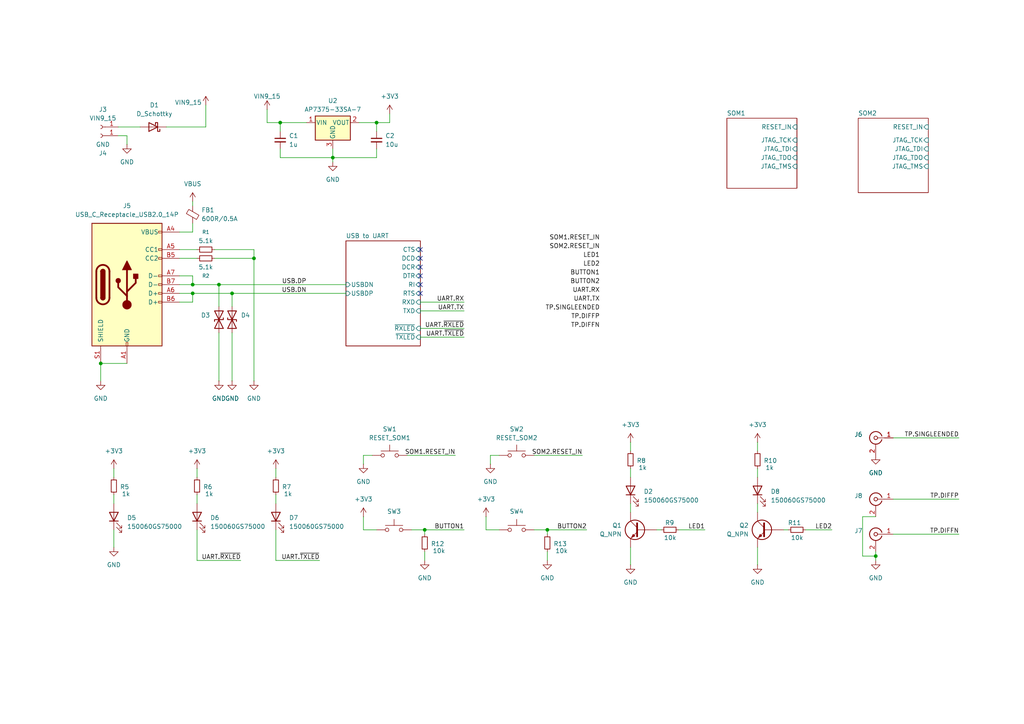
<source format=kicad_sch>
(kicad_sch (version 20250114) (generator "eeschema") (generator_version "9.0")
  (paper "A4")
  (lib_symbols
    (symbol "Connector:Conn_01x01_Socket" (pin_names (offset 1.016) (hide yes))
      (property "Reference" "J" (at 0 2.54 0))
      (property "Value" "Conn_01x01_Socket" (at 0 -2.54 0))
      (symbol "Conn_01x01_Socket_1_1"
        (polyline (pts (xy -1.27 0) (xy -0.508 0)) (stroke (width 0.1524)))
        (arc (start 0 -0.508) (mid -0.5058 0) (end 0 0.508) (stroke (width 0.1524)))
        (pin passive line (at -5.08 0 0) (length 3.81) (name "Pin_1") (number "1"))
      )
    )
    (symbol "Connector:Conn_Coaxial" (pin_names (offset 1.016) (hide yes))
      (property "Reference" "J" (at 0.254 3.048 0))
      (property "Value" "Conn_Coaxial" (at 2.921 0 90))
      (symbol "Conn_Coaxial_0_1"
        (polyline (pts (xy -2.54 0) (xy -0.508 0)))
        (arc (start 1.778 0) (mid 0.222 -1.8079) (end -1.778 -0.508) (stroke (width 0.254)))
        (arc (start -1.778 0.508) (mid 0.2221 1.8084) (end 1.778 0) (stroke (width 0.254)))
        (circle (center 0 0) (radius 0.508) (stroke (width 0.2032)))
        (polyline (pts (xy 0 -2.54) (xy 0 -1.778)))
      )
      (symbol "Conn_Coaxial_1_1"
        (pin passive line (at -5.08 0 0) (length 2.54) (name "In") (number "1"))
        (pin passive line (at 0 -5.08 90) (length 2.54) (name "Ext") (number "2"))
      )
    )
    (symbol "Connector:USB_C_Receptacle_USB2.0_14P" (pin_names (offset 1.016))
      (property "Reference" "J" (at 0 22.225 0))
      (property "Value" "USB_C_Receptacle_USB2.0_14P" (at 0 19.685 0))
      (symbol "USB_C_Receptacle_USB2.0_14P_0_0"
        (rectangle (start -0.254 -17.78) (end 0.254 -16.764))
        (rectangle (start 10.16 15.494) (end 9.144 14.986))
        (rectangle (start 10.16 10.414) (end 9.144 9.906))
        (rectangle (start 10.16 7.874) (end 9.144 7.366))
        (rectangle (start 10.16 2.794) (end 9.144 2.286))
        (rectangle (start 10.16 0.254) (end 9.144 -0.254))
        (rectangle (start 10.16 -2.286) (end 9.144 -2.794))
        (rectangle (start 10.16 -4.826) (end 9.144 -5.334))
      )
      (symbol "USB_C_Receptacle_USB2.0_14P_0_1"
        (rectangle (start -10.16 17.78) (end 10.16 -17.78) (stroke (width 0.254)) (fill (type background)))
        (polyline (pts (xy -8.89 -3.81) (xy -8.89 3.81)) (stroke (width 0.508)))
        (rectangle (start -7.62 -3.81) (end -6.35 3.81) (stroke (width 0.254)) (fill (type outline)))
        (arc (start -7.62 3.81) (mid -6.985 4.4423) (end -6.35 3.81) (stroke (width 0.254)))
        (arc (start -7.62 3.81) (mid -6.985 4.4423) (end -6.35 3.81) (stroke (width 0.254)) (fill (type outline)))
        (arc (start -8.89 3.81) (mid -6.985 5.7067) (end -5.08 3.81) (stroke (width 0.508)))
        (arc (start -5.08 -3.81) (mid -6.985 -5.7067) (end -8.89 -3.81) (stroke (width 0.508)))
        (arc (start -6.35 -3.81) (mid -6.985 -4.4423) (end -7.62 -3.81) (stroke (width 0.254)))
        (arc (start -6.35 -3.81) (mid -6.985 -4.4423) (end -7.62 -3.81) (stroke (width 0.254)) (fill (type outline)))
        (polyline (pts (xy -5.08 3.81) (xy -5.08 -3.81)) (stroke (width 0.508)))
        (circle (center -2.54 1.143) (radius 0.635) (stroke (width 0.254)) (fill (type outline)))
        (polyline (pts (xy -1.27 4.318) (xy 0 6.858) (xy 1.27 4.318) (xy -1.27 4.318)) (stroke (width 0.254)) (fill (type outline)))
        (polyline (pts (xy 0 -2.032) (xy 2.54 0.508) (xy 2.54 1.778)) (stroke (width 0.508)))
        (polyline (pts (xy 0 -3.302) (xy -2.54 -0.762) (xy -2.54 0.508)) (stroke (width 0.508)))
        (polyline (pts (xy 0 -5.842) (xy 0 4.318)) (stroke (width 0.508)))
        (circle (center 0 -5.842) (radius 1.27) (fill (type outline)))
        (rectangle (start 1.905 1.778) (end 3.175 3.048) (stroke (width 0.254)) (fill (type outline)))
      )
      (symbol "USB_C_Receptacle_USB2.0_14P_1_1"
        (pin passive line (at -7.62 -22.86 90) (length 5.08) (name "SHIELD") (number "S1"))
        (pin passive line (at 0 -22.86 90) (length 5.08) (name "GND") (number "A1"))
        (pin passive line (at 0 -22.86 90) (length 5.08) (hide yes) (name "GND") (number "A12"))
        (pin passive line (at 0 -22.86 90) (length 5.08) (hide yes) (name "GND") (number "B1"))
        (pin passive line (at 0 -22.86 90) (length 5.08) (hide yes) (name "GND") (number "B12"))
        (pin passive line (at 15.24 15.24 180) (length 5.08) (name "VBUS") (number "A4"))
        (pin passive line (at 15.24 15.24 180) (length 5.08) (hide yes) (name "VBUS") (number "A9"))
        (pin passive line (at 15.24 15.24 180) (length 5.08) (hide yes) (name "VBUS") (number "B4"))
        (pin passive line (at 15.24 15.24 180) (length 5.08) (hide yes) (name "VBUS") (number "B9"))
        (pin bidirectional line (at 15.24 10.16 180) (length 5.08) (name "CC1") (number "A5"))
        (pin bidirectional line (at 15.24 7.62 180) (length 5.08) (name "CC2") (number "B5"))
        (pin bidirectional line (at 15.24 2.54 180) (length 5.08) (name "D-") (number "A7"))
        (pin bidirectional line (at 15.24 0 180) (length 5.08) (name "D-") (number "B7"))
        (pin bidirectional line (at 15.24 -2.54 180) (length 5.08) (name "D+") (number "A6"))
        (pin bidirectional line (at 15.24 -5.08 180) (length 5.08) (name "D+") (number "B6"))
      )
    )
    (symbol "Device:C_Small" (pin_numbers (hide yes)) (pin_names (offset 0.254) (hide yes))
      (property "Reference" "C" (at 0.254 1.778 0))
      (property "Value" "C_Small" (at 0.254 -2.032 0))
      (symbol "C_Small_0_1"
        (polyline (pts (xy -1.524 0.508) (xy 1.524 0.508)) (stroke (width 0.3048)))
        (polyline (pts (xy -1.524 -0.508) (xy 1.524 -0.508)) (stroke (width 0.3302)))
      )
      (symbol "C_Small_1_1"
        (pin passive line (at 0 2.54 270) (length 2.032) (name "~") (number "1"))
        (pin passive line (at 0 -2.54 90) (length 2.032) (name "~") (number "2"))
      )
    )
    (symbol "Device:D_Schottky" (pin_numbers (hide yes)) (pin_names (offset 1.016) (hide yes))
      (property "Reference" "D" (at 0 2.54 0))
      (property "Value" "D_Schottky" (at 0 -2.54 0))
      (symbol "D_Schottky_0_1"
        (polyline (pts (xy -1.905 0.635) (xy -1.905 1.27) (xy -1.27 1.27) (xy -1.27 -1.27) (xy -0.635 -1.27) (xy -0.635 -0.635)) (stroke (width 0.254)))
        (polyline (pts (xy 1.27 1.27) (xy 1.27 -1.27) (xy -1.27 0) (xy 1.27 1.27)) (stroke (width 0.254)))
        (polyline (pts (xy 1.27 0) (xy -1.27 0)))
      )
      (symbol "D_Schottky_1_1"
        (pin passive line (at -3.81 0 0) (length 2.54) (name "K") (number "1"))
        (pin passive line (at 3.81 0 180) (length 2.54) (name "A") (number "2"))
      )
    )
    (symbol "Device:D_TVS" (pin_numbers (hide yes)) (pin_names (offset 1.016) (hide yes))
      (property "Reference" "D" (at 0 2.54 0))
      (property "Value" "D_TVS" (at 0 -2.54 0))
      (symbol "D_TVS_0_1"
        (polyline (pts (xy -2.54 1.27) (xy -2.54 -1.27) (xy 2.54 1.27) (xy 2.54 -1.27) (xy -2.54 1.27)) (stroke (width 0.254)))
        (polyline (pts (xy 0.508 1.27) (xy 0 1.27) (xy 0 -1.27) (xy -0.508 -1.27)) (stroke (width 0.254)))
        (polyline (pts (xy 1.27 0) (xy -1.27 0)))
      )
      (symbol "D_TVS_1_1"
        (pin passive line (at -3.81 0 0) (length 2.54) (name "A1") (number "1"))
        (pin passive line (at 3.81 0 180) (length 2.54) (name "A2") (number "2"))
      )
    )
    (symbol "Device:FerriteBead_Small" (pin_numbers (hide yes)) (pin_names (offset 0))
      (property "Reference" "FB" (at 1.905 1.27 0))
      (property "Value" "FerriteBead_Small" (at 1.905 -1.27 0))
      (symbol "FerriteBead_Small_0_1"
        (polyline (pts (xy -1.8288 0.2794) (xy -1.1176 1.4986) (xy 1.8288 -0.2032) (xy 1.1176 -1.4224) (xy -1.8288 0.2794)))
        (polyline (pts (xy 0 0.889) (xy 0 1.2954)))
        (polyline (pts (xy 0 -1.27) (xy 0 -0.7874)))
      )
      (symbol "FerriteBead_Small_1_1"
        (pin passive line (at 0 2.54 270) (length 1.27) (name "~") (number "1"))
        (pin passive line (at 0 -2.54 90) (length 1.27) (name "~") (number "2"))
      )
    )
    (symbol "Device:LED" (pin_numbers (hide yes)) (pin_names (offset 1.016) (hide yes))
      (property "Reference" "D" (at 0 2.54 0))
      (property "Value" "LED" (at 0 -2.54 0))
      (symbol "LED_0_1"
        (polyline (pts (xy -3.048 -0.762) (xy -4.572 -2.286) (xy -3.81 -2.286) (xy -4.572 -2.286) (xy -4.572 -1.524)))
        (polyline (pts (xy -1.778 -0.762) (xy -3.302 -2.286) (xy -2.54 -2.286) (xy -3.302 -2.286) (xy -3.302 -1.524)))
        (polyline (pts (xy -1.27 0) (xy 1.27 0)))
        (polyline (pts (xy -1.27 -1.27) (xy -1.27 1.27)) (stroke (width 0.254)))
        (polyline (pts (xy 1.27 -1.27) (xy 1.27 1.27) (xy -1.27 0) (xy 1.27 -1.27)) (stroke (width 0.254)))
      )
      (symbol "LED_1_1"
        (pin passive line (at -3.81 0 0) (length 2.54) (name "K") (number "1"))
        (pin passive line (at 3.81 0 180) (length 2.54) (name "A") (number "2"))
      )
    )
    (symbol "Device:Q_NPN" (pin_numbers (hide yes)) (pin_names (offset 0) (hide yes))
      (property "Reference" "Q" (at 5.08 1.27 0))
      (property "Value" "Q_NPN" (at 5.08 -1.27 0))
      (symbol "Q_NPN_0_1"
        (polyline (pts (xy -2.54 0) (xy 0.635 0)))
        (polyline (pts (xy 0.635 1.905) (xy 0.635 -1.905)) (stroke (width 0.508)))
        (polyline (pts (xy 0.635 0.635) (xy 2.54 2.54)))
        (polyline (pts (xy 0.635 -0.635) (xy 2.54 -2.54)))
        (circle (center 1.27 0) (radius 2.8194) (stroke (width 0.254)))
        (polyline (pts (xy 1.27 -1.778) (xy 1.778 -1.27) (xy 2.286 -2.286) (xy 1.27 -1.778)) (fill (type outline)))
      )
      (symbol "Q_NPN_1_1"
        (pin input line (at -5.08 0 0) (length 2.54) (name "B") (number "B"))
        (pin passive line (at 2.54 5.08 270) (length 2.54) (name "C") (number "C"))
        (pin passive line (at 2.54 -5.08 90) (length 2.54) (name "E") (number "E"))
      )
    )
    (symbol "Device:R_Small" (pin_numbers (hide yes)) (pin_names (offset 0.254) (hide yes))
      (property "Reference" "R" (at 0.762 0.508 0))
      (property "Value" "R_Small" (at 0.762 -1.016 0))
      (symbol "R_Small_0_1"
        (rectangle (start -0.762 1.778) (end 0.762 -1.778) (stroke (width 0.2032)))
      )
      (symbol "R_Small_1_1"
        (pin passive line (at 0 2.54 270) (length 0.762) (name "~") (number "1"))
        (pin passive line (at 0 -2.54 90) (length 0.762) (name "~") (number "2"))
      )
    )
    (symbol "ECAP5-BCARRIER-XLITE:AP7375-33SA-7" (pin_names (offset 0.254))
      (property "Reference" "U" (at -3.81 3.175 0))
      (property "Value" "AP7375-33SA-7" (at 0 3.175 0))
      (symbol "AP7375-33SA-7_0_1"
        (rectangle (start -5.08 1.905) (end 5.08 -5.08) (stroke (width 0.254)) (fill (type background)))
      )
      (symbol "AP7375-33SA-7_1_1"
        (pin power_in line (at -7.62 0 0) (length 2.54) (name "VIN") (number "1"))
        (pin power_in line (at 0 -7.62 90) (length 2.54) (name "GND") (number "3"))
        (pin power_out line (at 7.62 0 180) (length 2.54) (name "VOUT") (number "2"))
      )
    )
    (symbol "ECAP5-BSOM:VIN9_15" (power) (pin_numbers (hide yes)) (pin_names (offset 0) (hide yes))
      (property "Value" "VIN9_15" (at 0 3.556 0))
      (symbol "VIN9_15_0_1"
        (polyline (pts (xy -0.762 1.27) (xy 0 2.54)))
        (polyline (pts (xy 0 2.54) (xy 0.762 1.27)))
        (polyline (pts (xy 0 0) (xy 0 2.54)))
      )
      (symbol "VIN9_15_1_1"
        (pin power_in line (at 0 0 90) (length 0) (name "~") (number "1"))
      )
    )
    (symbol "R_Small_1" (pin_numbers (hide yes)) (pin_names (offset 0.254) (hide yes))
      (property "Reference" "R" (at 0 0 90))
      (property "Value" "R_Small" (at 1.778 0 90))
      (symbol "R_Small_1_0_1"
        (rectangle (start -0.762 1.778) (end 0.762 -1.778) (stroke (width 0.2032)))
      )
      (symbol "R_Small_1_1_1"
        (pin passive line (at 0 2.54 270) (length 0.762) (name "~") (number "1"))
        (pin passive line (at 0 -2.54 90) (length 0.762) (name "~") (number "2"))
      )
    )
    (symbol "Switch:SW_Push" (pin_numbers (hide yes)) (pin_names (offset 1.016) (hide yes))
      (property "Reference" "SW" (at 1.27 2.54 0))
      (property "Value" "SW_Push" (at 0 -1.524 0))
      (symbol "SW_Push_0_1"
        (circle (center -2.032 0) (radius 0.508))
        (polyline (pts (xy 0 1.27) (xy 0 3.048)))
        (circle (center 2.032 0) (radius 0.508))
        (polyline (pts (xy 2.54 1.27) (xy -2.54 1.27)))
        (pin passive line (at -5.08 0 0) (length 2.54) (name "1") (number "1"))
        (pin passive line (at 5.08 0 180) (length 2.54) (name "2") (number "2"))
      )
    )
    (symbol "power:+3V3" (power) (pin_numbers (hide yes)) (pin_names (offset 0) (hide yes))
      (property "Value" "+3V3" (at 0 3.556 0))
      (symbol "+3V3_0_1"
        (polyline (pts (xy -0.762 1.27) (xy 0 2.54)))
        (polyline (pts (xy 0 2.54) (xy 0.762 1.27)))
        (polyline (pts (xy 0 0) (xy 0 2.54)))
      )
      (symbol "+3V3_1_1"
        (pin power_in line (at 0 0 90) (length 0) (name "~") (number "1"))
      )
    )
    (symbol "power:GND" (power) (pin_numbers (hide yes)) (pin_names (offset 0) (hide yes))
      (property "Value" "GND" (at 0 -3.81 0))
      (symbol "GND_0_1"
        (polyline (pts (xy 0 0) (xy 0 -1.27) (xy 1.27 -1.27) (xy 0 -2.54) (xy -1.27 -1.27) (xy 0 -1.27)))
      )
      (symbol "GND_1_1"
        (pin power_in line (at 0 0 270) (length 0) (name "~") (number "1"))
      )
    )
    (symbol "power:VBUS" (power) (pin_numbers (hide yes)) (pin_names (offset 0) (hide yes))
      (property "Value" "VBUS" (at 0 3.556 0))
      (symbol "VBUS_0_1"
        (polyline (pts (xy -0.762 1.27) (xy 0 2.54)))
        (polyline (pts (xy 0 2.54) (xy 0.762 1.27)))
        (polyline (pts (xy 0 0) (xy 0 2.54)))
      )
      (symbol "VBUS_1_1"
        (pin power_in line (at 0 0 90) (length 0) (name "~") (number "1"))
      )
    )
  )
  (junction (at 55.88 82.55))
  (junction (at 67.31 85.09))
  (junction (at 158.75 153.67))
  (junction (at 63.5 82.55))
  (junction (at 254 161.29))
  (junction (at 96.52 45.72))
  (junction (at 81.28 35.56))
  (junction (at 73.66 74.93))
  (junction (at 29.21 105.41))
  (junction (at 109.22 35.56))
  (junction (at 55.88 85.09))
  (junction (at 123.19 153.67))
  (no_connect (at 121.92 82.55))
  (no_connect (at 121.92 80.01))
  (no_connect (at 121.92 85.09))
  (no_connect (at 121.92 77.47))
  (no_connect (at 121.92 72.39))
  (no_connect (at 121.92 74.93))
  (wire (pts (xy 81.28 38.1) (xy 81.28 35.56)))
  (wire (pts (xy 34.29 39.37) (xy 36.83 39.37)))
  (wire (pts (xy 241.3 153.67) (xy 233.68 153.67)))
  (wire (pts (xy 104.14 35.56) (xy 109.22 35.56)))
  (wire (pts (xy 142.24 132.08) (xy 144.78 132.08)))
  (wire (pts (xy 63.5 82.55) (xy 100.33 82.55)))
  (wire (pts (xy 140.97 149.86) (xy 140.97 153.67)))
  (wire (pts (xy 250.19 161.29) (xy 250.19 149.86)))
  (wire (pts (xy 134.62 87.63) (xy 121.92 87.63)))
  (wire (pts (xy 105.41 153.67) (xy 109.22 153.67)))
  (wire (pts (xy 134.62 90.17) (xy 121.92 90.17)))
  (wire (pts (xy 168.91 132.08) (xy 154.94 132.08)))
  (wire (pts (xy 80.01 153.67) (xy 80.01 162.56)))
  (wire (pts (xy 105.41 149.86) (xy 105.41 153.67)))
  (wire (pts (xy 96.52 43.18) (xy 96.52 45.72)))
  (wire (pts (xy 55.88 85.09) (xy 67.31 85.09)))
  (wire (pts (xy 140.97 153.67) (xy 144.78 153.67)))
  (wire (pts (xy 52.07 74.93) (xy 57.15 74.93)))
  (wire (pts (xy 259.08 154.94) (xy 278.13 154.94)))
  (wire (pts (xy 219.71 135.89) (xy 219.71 138.43)))
  (wire (pts (xy 109.22 43.18) (xy 109.22 45.72)))
  (wire (pts (xy 134.62 95.25) (xy 121.92 95.25)))
  (wire (pts (xy 254 161.29) (xy 250.19 161.29)))
  (wire (pts (xy 113.03 33.02) (xy 113.03 35.56)))
  (wire (pts (xy 52.07 87.63) (xy 55.88 87.63)))
  (wire (pts (xy 254 160.02) (xy 254 161.29)))
  (wire (pts (xy 52.07 82.55) (xy 55.88 82.55)))
  (wire (pts (xy 29.21 105.41) (xy 36.83 105.41)))
  (wire (pts (xy 158.75 153.67) (xy 154.94 153.67)))
  (wire (pts (xy 55.88 67.31) (xy 55.88 64.77)))
  (wire (pts (xy 158.75 154.94) (xy 158.75 153.67)))
  (wire (pts (xy 63.5 82.55) (xy 63.5 88.9)))
  (wire (pts (xy 57.15 135.89) (xy 57.15 138.43)))
  (wire (pts (xy 80.01 143.51) (xy 80.01 146.05)))
  (wire (pts (xy 52.07 80.01) (xy 55.88 80.01)))
  (wire (pts (xy 158.75 160.02) (xy 158.75 162.56)))
  (wire (pts (xy 105.41 132.08) (xy 107.95 132.08)))
  (wire (pts (xy 190.5 153.67) (xy 191.77 153.67)))
  (wire (pts (xy 59.69 36.83) (xy 59.69 30.48)))
  (wire (pts (xy 67.31 85.09) (xy 100.33 85.09)))
  (wire (pts (xy 77.47 35.56) (xy 81.28 35.56)))
  (wire (pts (xy 73.66 74.93) (xy 73.66 110.49)))
  (wire (pts (xy 77.47 31.75) (xy 77.47 35.56)))
  (wire (pts (xy 67.31 85.09) (xy 67.31 88.9)))
  (wire (pts (xy 36.83 39.37) (xy 36.83 41.91)))
  (wire (pts (xy 55.88 80.01) (xy 55.88 82.55)))
  (wire (pts (xy 259.08 144.78) (xy 278.13 144.78)))
  (wire (pts (xy 182.88 146.05) (xy 182.88 148.59)))
  (wire (pts (xy 109.22 38.1) (xy 109.22 35.56)))
  (wire (pts (xy 62.23 74.93) (xy 73.66 74.93)))
  (wire (pts (xy 219.71 158.75) (xy 219.71 163.83)))
  (wire (pts (xy 123.19 153.67) (xy 134.62 153.67)))
  (wire (pts (xy 134.62 97.79) (xy 121.92 97.79)))
  (wire (pts (xy 219.71 128.27) (xy 219.71 130.81)))
  (wire (pts (xy 55.88 82.55) (xy 63.5 82.55)))
  (wire (pts (xy 123.19 160.02) (xy 123.19 162.56)))
  (wire (pts (xy 204.47 153.67) (xy 196.85 153.67)))
  (wire (pts (xy 34.29 36.83) (xy 40.64 36.83)))
  (wire (pts (xy 73.66 72.39) (xy 73.66 74.93)))
  (wire (pts (xy 80.01 135.89) (xy 80.01 138.43)))
  (wire (pts (xy 105.41 134.62) (xy 105.41 132.08)))
  (wire (pts (xy 67.31 96.52) (xy 67.31 110.49)))
  (wire (pts (xy 182.88 128.27) (xy 182.88 130.81)))
  (wire (pts (xy 33.02 143.51) (xy 33.02 146.05)))
  (wire (pts (xy 158.75 153.67) (xy 170.18 153.67)))
  (wire (pts (xy 52.07 72.39) (xy 57.15 72.39)))
  (wire (pts (xy 62.23 72.39) (xy 73.66 72.39)))
  (wire (pts (xy 81.28 45.72) (xy 96.52 45.72)))
  (wire (pts (xy 182.88 135.89) (xy 182.88 138.43)))
  (wire (pts (xy 69.85 162.56) (xy 57.15 162.56)))
  (wire (pts (xy 109.22 35.56) (xy 113.03 35.56)))
  (wire (pts (xy 227.33 153.67) (xy 228.6 153.67)))
  (wire (pts (xy 96.52 45.72) (xy 109.22 45.72)))
  (wire (pts (xy 55.88 87.63) (xy 55.88 85.09)))
  (wire (pts (xy 250.19 149.86) (xy 254 149.86)))
  (wire (pts (xy 254 161.29) (xy 254 162.56)))
  (wire (pts (xy 219.71 146.05) (xy 219.71 148.59)))
  (wire (pts (xy 81.28 43.18) (xy 81.28 45.72)))
  (wire (pts (xy 123.19 154.94) (xy 123.19 153.67)))
  (wire (pts (xy 52.07 67.31) (xy 55.88 67.31)))
  (wire (pts (xy 142.24 134.62) (xy 142.24 132.08)))
  (wire (pts (xy 48.26 36.83) (xy 59.69 36.83)))
  (wire (pts (xy 52.07 85.09) (xy 55.88 85.09)))
  (wire (pts (xy 278.13 127) (xy 259.08 127)))
  (wire (pts (xy 182.88 158.75) (xy 182.88 163.83)))
  (wire (pts (xy 57.15 162.56) (xy 57.15 153.67)))
  (wire (pts (xy 57.15 143.51) (xy 57.15 146.05)))
  (wire (pts (xy 132.08 132.08) (xy 118.11 132.08)))
  (wire (pts (xy 92.71 162.56) (xy 80.01 162.56)))
  (wire (pts (xy 96.52 45.72) (xy 96.52 46.99)))
  (wire (pts (xy 33.02 153.67) (xy 33.02 158.75)))
  (wire (pts (xy 123.19 153.67) (xy 119.38 153.67)))
  (wire (pts (xy 63.5 96.52) (xy 63.5 110.49)))
  (wire (pts (xy 55.88 59.69) (xy 55.88 58.42)))
  (wire (pts (xy 33.02 135.89) (xy 33.02 138.43)))
  (wire (pts (xy 81.28 35.56) (xy 88.9 35.56)))
  (wire (pts (xy 29.21 105.41) (xy 29.21 110.49)))
  (label "UART.TX" (at 173.99 87.63 180))
  (label "UART.~{TXLED}" (at 134.62 97.79 180))
  (label "UART.RX" (at 134.62 87.63 180))
  (label "USB.DP" (at 88.9 82.55 180))
  (label "TP.SINGLEENDED" (at 173.99 90.17 180))
  (label "TP.DIFFN" (at 278.13 154.94 180))
  (label "BUTTON1" (at 173.99 80.01 180))
  (label "LED1" (at 173.99 74.93 180))
  (label "TP.DIFFP" (at 278.13 144.78 180))
  (label "UART.~{TXLED}" (at 92.71 162.56 180))
  (label "BUTTON2" (at 170.18 153.67 180))
  (label "UART.RX" (at 173.99 85.09 180))
  (label "LED2" (at 173.99 77.47 180))
  (label "TP.DIFFN" (at 173.99 95.25 180))
  (label "USB.DN" (at 88.9 85.09 180))
  (label "SOM2.RESET_IN" (at 168.91 132.08 180))
  (label "BUTTON1" (at 134.62 153.67 180))
  (label "TP.SINGLEENDED" (at 278.13 127 180))
  (label "UART.~{RXLED}" (at 134.62 95.25 180))
  (label "LED2" (at 241.3 153.67 180))
  (label "SOM1.RESET_IN" (at 132.08 132.08 180))
  (label "UART.~{RXLED}" (at 69.85 162.56 180))
  (label "LED1" (at 204.47 153.67 180))
  (label "TP.DIFFP" (at 173.99 92.71 180))
  (label "BUTTON2" (at 173.99 82.55 180))
  (label "SOM2.RESET_IN" (at 173.99 72.39 180))
  (label "UART.TX" (at 134.62 90.17 180))
  (label "SOM1.RESET_IN" (at 173.99 69.85 180))
  (symbol (lib_id "power:GND") (at 142.24 134.62 0) (unit 1)
    (property "Reference" "#PWR049" (effects (hide yes)))
    (property "Value" "GND" (at 142.24 139.7 0))
    (property "Description" "Power symbol creates a global label with name \"GND\" , ground" (effects (hide yes)))
  )
  (symbol (lib_id "Device:R_Small") (at 80.01 140.97 0) (unit 1)
    (property "Reference" "R7" (at 81.788 141.224 0) (effects (justify left)))
    (property "Value" "1k" (at 82.296 143.256 0) (effects (justify left)))
    (property "Footprint" "Resistor_SMD:R_0402_1005Metric" (effects (hide yes)))
    (property "Description" "Resistor, small symbol" (effects (hide yes)))
  )
  (symbol (lib_id "power:+3V3") (at 113.03 33.02 0) (unit 1)
    (property "Reference" "#PWR030" (effects (hide yes)))
    (property "Value" "+3V3" (at 113.03 27.94 0))
    (property "Description" "Power symbol creates a global label with name \"+3V3\"" (effects (hide yes)))
  )
  (symbol (lib_id "power:GND") (at 63.5 110.49 0) (unit 1)
    (property "Reference" "#PWR025" (effects (hide yes)))
    (property "Value" "GND" (at 63.5 115.57 0))
    (property "Description" "Power symbol creates a global label with name \"GND\" , ground" (effects (hide yes)))
  )
  (symbol (lib_id "power:GND") (at 29.21 110.49 0) (unit 1)
    (property "Reference" "#PWR023" (effects (hide yes)))
    (property "Value" "GND" (at 29.21 115.57 0))
    (property "Description" "Power symbol creates a global label with name \"GND\" , ground" (effects (hide yes)))
  )
  (symbol (lib_id "Device:R_Small") (at 158.75 157.48 0) (unit 1)
    (property "Reference" "R13" (at 160.528 157.734 0) (effects (justify left)))
    (property "Value" "10k" (at 161.036 159.766 0) (effects (justify left)))
    (property "Footprint" "Resistor_SMD:R_0402_1005Metric" (effects (hide yes)))
    (property "Description" "Resistor, small symbol" (effects (hide yes)))
  )
  (symbol (lib_id "Connector:Conn_01x01_Socket") (at 29.21 39.37 0) (mirror y) (unit 1)
    (property "Reference" "J4" (at 29.845 44.45 0))
    (property "Value" "GND" (at 29.845 41.91 0))
    (property "Description" "Generic connector, single row, 01x01, script generated" (effects (hide yes)))
  )
  (symbol (lib_id "Device:R_Small") (at 33.02 140.97 0) (unit 1)
    (property "Reference" "R5" (at 34.798 141.224 0) (effects (justify left)))
    (property "Value" "1k" (at 35.306 143.256 0) (effects (justify left)))
    (property "Footprint" "Resistor_SMD:R_0402_1005Metric" (effects (hide yes)))
    (property "Description" "Resistor, small symbol" (effects (hide yes)))
  )
  (symbol (lib_id "Device:D_TVS") (at 67.31 92.71 90) (unit 1)
    (property "Reference" "D4" (at 69.85 91.4399 90) (effects (justify right)))
    (property "Value" "D_TVS" (effects (hide yes)))
    (property "Description" "Bidirectional transient-voltage-suppression diode" (effects (hide yes)))
  )
  (symbol (lib_id "power:+3V3") (at 219.71 128.27 0) (unit 1)
    (property "Reference" "#PWR045" (effects (hide yes)))
    (property "Value" "+3V3" (at 219.71 123.19 0))
    (property "Description" "Power symbol creates a global label with name \"+3V3\"" (effects (hide yes)))
  )
  (symbol (lib_id "Device:Q_NPN") (at 222.25 153.67 0) (mirror y) (unit 1)
    (property "Reference" "Q2" (at 217.17 152.3999 0) (effects (justify left)))
    (property "Value" "Q_NPN" (at 217.17 154.9399 0) (effects (justify left)))
    (property "Description" "NPN bipolar junction transistor" (effects (hide yes)))
  )
  (symbol (lib_id "Switch:SW_Push") (at 149.86 132.08 0) (unit 1)
    (property "Reference" "SW2" (at 149.86 124.46 0))
    (property "Value" "RESET_SOM2" (at 149.86 127 0))
    (property "Description" "Push button switch, generic, two pins" (effects (hide yes)))
  )
  (symbol (lib_id "power:GND") (at 219.71 163.83 0) (unit 1)
    (property "Reference" "#PWR047" (effects (hide yes)))
    (property "Value" "GND" (at 219.71 168.91 0))
    (property "Description" "Power symbol creates a global label with name \"GND\" , ground" (effects (hide yes)))
  )
  (symbol (lib_id "Device:LED") (at 57.15 149.86 90) (unit 1)
    (property "Reference" "D6" (at 60.96 150.1774 90) (effects (justify right)))
    (property "Value" "150060GS75000" (at 60.96 152.7174 90) (effects (justify right)))
    (property "Footprint" "LED_SMD:LED_0603_1608Metric" (effects (hide yes)))
    (property "Description" "Light emitting diode" (effects (hide yes)))
    (property "Sim.Pins" "1=K 2=A" (effects (hide yes)))
  )
  (symbol (lib_id "power:GND") (at 158.75 162.56 0) (unit 1)
    (property "Reference" "#PWR053" (effects (hide yes)))
    (property "Value" "GND" (at 158.75 167.64 0))
    (property "Description" "Power symbol creates a global label with name \"GND\" , ground" (effects (hide yes)))
  )
  (symbol (lib_id "Connector:Conn_01x01_Socket") (at 29.21 36.83 180) (unit 1)
    (property "Reference" "J3" (at 29.845 31.75 0))
    (property "Value" "VIN9_15" (at 29.845 34.29 0))
    (property "Description" "Generic connector, single row, 01x01, script generated" (effects (hide yes)))
  )
  (symbol (lib_id "Switch:SW_Push") (at 113.03 132.08 0) (unit 1)
    (property "Reference" "SW1" (at 113.03 124.46 0))
    (property "Value" "RESET_SOM1" (at 113.03 127 0))
    (property "Description" "Push button switch, generic, two pins" (effects (hide yes)))
  )
  (symbol (lib_id "Device:LED") (at 182.88 142.24 90) (unit 1)
    (property "Reference" "D2" (at 186.69 142.5574 90) (effects (justify right)))
    (property "Value" "150060GS75000" (at 186.69 145.0974 90) (effects (justify right)))
    (property "Footprint" "LED_SMD:LED_0603_1608Metric" (effects (hide yes)))
    (property "Description" "Light emitting diode" (effects (hide yes)))
    (property "Sim.Pins" "1=K 2=A" (effects (hide yes)))
  )
  (symbol (lib_id "power:GND") (at 33.02 158.75 0) (unit 1)
    (property "Reference" "#PWR043" (effects (hide yes)))
    (property "Value" "GND" (at 33.02 163.83 0))
    (property "Description" "Power symbol creates a global label with name \"GND\" , ground" (effects (hide yes)))
  )
  (symbol (lib_id "power:+3V3") (at 140.97 149.86 0) (unit 1)
    (property "Reference" "#PWR052" (effects (hide yes)))
    (property "Value" "+3V3" (at 140.97 144.78 0))
    (property "Description" "Power symbol creates a global label with name \"+3V3\"" (effects (hide yes)))
  )
  (symbol (lib_id "Device:D_TVS") (at 63.5 92.71 270) (mirror x) (unit 1)
    (property "Reference" "D3" (at 60.96 91.4399 90) (effects (justify right)))
    (property "Value" "D_TVS" (effects (hide yes)))
    (property "Description" "Bidirectional transient-voltage-suppression diode" (effects (hide yes)))
  )
  (symbol (lib_id "power:GND") (at 182.88 163.83 0) (unit 1)
    (property "Reference" "#PWR022" (effects (hide yes)))
    (property "Value" "GND" (at 182.88 168.91 0))
    (property "Description" "Power symbol creates a global label with name \"GND\" , ground" (effects (hide yes)))
  )
  (symbol (lib_id "Device:R_Small") (at 57.15 140.97 0) (unit 1)
    (property "Reference" "R6" (at 58.928 141.224 0) (effects (justify left)))
    (property "Value" "1k" (at 59.436 143.256 0) (effects (justify left)))
    (property "Footprint" "Resistor_SMD:R_0402_1005Metric" (effects (hide yes)))
    (property "Description" "Resistor, small symbol" (effects (hide yes)))
  )
  (symbol (lib_id "Device:Q_NPN") (at 185.42 153.67 0) (mirror y) (unit 1)
    (property "Reference" "Q1" (at 180.34 152.3999 0) (effects (justify left)))
    (property "Value" "Q_NPN" (at 180.34 154.9399 0) (effects (justify left)))
    (property "Description" "NPN bipolar junction transistor" (effects (hide yes)))
  )
  (symbol (lib_id "power:GND") (at 254 132.08 0) (unit 1)
    (property "Reference" "#PWR054" (effects (hide yes)))
    (property "Value" "GND" (at 254 137.16 0))
    (property "Description" "Power symbol creates a global label with name \"GND\" , ground" (effects (hide yes)))
  )
  (symbol (lib_id "Device:LED") (at 80.01 149.86 90) (unit 1)
    (property "Reference" "D7" (at 83.82 150.1774 90) (effects (justify right)))
    (property "Value" "150060GS75000" (at 83.82 152.7174 90) (effects (justify right)))
    (property "Footprint" "LED_SMD:LED_0603_1608Metric" (effects (hide yes)))
    (property "Description" "Light emitting diode" (effects (hide yes)))
    (property "Sim.Pins" "1=K 2=A" (effects (hide yes)))
  )
  (symbol (lib_id "power:GND") (at 96.52 46.99 0) (unit 1)
    (property "Reference" "#PWR028" (effects (hide yes)))
    (property "Value" "GND" (at 96.52 52.07 0))
    (property "Description" "Power symbol creates a global label with name \"GND\" , ground" (effects (hide yes)))
  )
  (symbol (lib_id "Device:LED") (at 219.71 142.24 90) (unit 1)
    (property "Reference" "D8" (at 223.52 142.5574 90) (effects (justify right)))
    (property "Value" "150060GS75000" (at 223.52 145.0974 90) (effects (justify right)))
    (property "Footprint" "LED_SMD:LED_0603_1608Metric" (effects (hide yes)))
    (property "Description" "Light emitting diode" (effects (hide yes)))
    (property "Sim.Pins" "1=K 2=A" (effects (hide yes)))
  )
  (symbol (lib_id "ECAP5-BSOM:VIN9_15") (at 59.69 30.48 0) (unit 1)
    (property "Reference" "#PWR020" (effects (hide yes)))
    (property "Value" "VIN9_15" (at 54.61 29.718 0))
    (property "Description" "Power symbol creates a global label with name \"VIN9_15\"" (effects (hide yes)))
  )
  (symbol (lib_id "power:+3V3") (at 182.88 128.27 0) (unit 1)
    (property "Reference" "#PWR021" (effects (hide yes)))
    (property "Value" "+3V3" (at 182.88 123.19 0))
    (property "Description" "Power symbol creates a global label with name \"+3V3\"" (effects (hide yes)))
  )
  (symbol (lib_id "power:VBUS") (at 55.88 58.42 0) (unit 1)
    (property "Reference" "#PWR027" (effects (hide yes)))
    (property "Value" "VBUS" (at 55.88 53.34 0))
    (property "Description" "Power symbol creates a global label with name \"VBUS\"" (effects (hide yes)))
  )
  (symbol (lib_id "Device:D_Schottky") (at 44.45 36.83 180) (unit 1)
    (property "Reference" "D1" (at 44.7675 30.48 0))
    (property "Value" "D_Schottky" (at 44.7675 33.02 0))
    (property "Description" "Schottky diode" (effects (hide yes)))
  )
  (symbol (lib_id "ECAP5-BSOM:VIN9_15") (at 77.47 31.75 0) (unit 1)
    (property "Reference" "#PWR029" (effects (hide yes)))
    (property "Value" "VIN9_15" (at 77.47 27.94 0))
    (property "Description" "Power symbol creates a global label with name \"VIN9_15\"" (effects (hide yes)))
  )
  (symbol (lib_id "Device:C_Small") (at 109.22 40.64 0) (unit 1)
    (property "Reference" "C2" (at 111.76 39.3762 0) (effects (justify left)))
    (property "Value" "10u" (at 111.76 41.9162 0) (effects (justify left)))
    (property "Description" "Unpolarized capacitor, small symbol" (effects (hide yes)))
  )
  (symbol (lib_name "R_Small_1") (lib_id "Device:R_Small") (at 59.69 74.93 90) (mirror x) (unit 1)
    (property "Reference" "R2" (at 59.69 80.01 90) (effects (font (size 1.016 1.016))))
    (property "Value" "5.1k" (at 59.69 77.47 90))
    (property "Description" "Resistor, small symbol" (effects (hide yes)))
  )
  (symbol (lib_id "Device:R_Small") (at 194.31 153.67 90) (unit 1)
    (property "Reference" "R9" (at 195.58 151.638 90) (effects (justify left)))
    (property "Value" "10k" (at 192.532 155.956 90) (effects (justify right)))
    (property "Footprint" "Resistor_SMD:R_0402_1005Metric" (effects (hide yes)))
    (property "Description" "Resistor, small symbol" (effects (hide yes)))
  )
  (symbol (lib_id "power:GND") (at 36.83 41.91 0) (unit 1)
    (property "Reference" "#PWR019" (effects (hide yes)))
    (property "Value" "GND" (at 36.83 46.99 0))
    (property "Description" "Power symbol creates a global label with name \"GND\" , ground" (effects (hide yes)))
  )
  (symbol (lib_id "power:GND") (at 67.31 110.49 0) (unit 1)
    (property "Reference" "#PWR026" (effects (hide yes)))
    (property "Value" "GND" (at 67.31 115.57 0))
    (property "Description" "Power symbol creates a global label with name \"GND\" , ground" (effects (hide yes)))
  )
  (symbol (lib_id "Connector:USB_C_Receptacle_USB2.0_14P") (at 36.83 82.55 0) (unit 1)
    (property "Reference" "J5" (at 36.83 59.69 0))
    (property "Value" "USB_C_Receptacle_USB2.0_14P" (at 36.83 62.23 0))
    (property "Datasheet" "https://www.usb.org/sites/default/files/documents/usb_type-c.zip" (effects (hide yes)))
    (property "Description" "USB 2.0-only 14P Type-C Receptacle connector" (effects (hide yes)))
  )
  (symbol (lib_name "R_Small_1") (lib_id "Device:R_Small") (at 59.69 72.39 90) (unit 1)
    (property "Reference" "R1" (at 59.69 67.31 90) (effects (font (size 1.016 1.016))))
    (property "Value" "5.1k" (at 59.69 69.85 90))
    (property "Description" "Resistor, small symbol" (effects (hide yes)))
  )
  (symbol (lib_id "Switch:SW_Push") (at 149.86 153.67 0) (unit 1)
    (property "Reference" "SW4" (at 149.86 148.336 0))
    (property "Value" "USER1" (effects (hide yes)))
    (property "Description" "Push button switch, generic, two pins" (effects (hide yes)))
  )
  (symbol (lib_id "Connector:Conn_Coaxial") (at 254 144.78 0) (mirror y) (unit 1)
    (property "Reference" "J8" (at 250.19 143.8031 0) (effects (justify left)))
    (property "Value" "Conn_Coaxial" (effects (hide yes)))
    (property "Description" "coaxial connector (BNC, SMA, SMB, SMC, Cinch/RCA, LEMO, ...)" (effects (hide yes)))
  )
  (symbol (lib_id "power:GND") (at 123.19 162.56 0) (unit 1)
    (property "Reference" "#PWR051" (effects (hide yes)))
    (property "Value" "GND" (at 123.19 167.64 0))
    (property "Description" "Power symbol creates a global label with name \"GND\" , ground" (effects (hide yes)))
  )
  (symbol (lib_id "Device:R_Small") (at 231.14 153.67 90) (unit 1)
    (property "Reference" "R11" (at 232.41 151.638 90) (effects (justify left)))
    (property "Value" "10k" (at 229.362 155.956 90) (effects (justify right)))
    (property "Footprint" "Resistor_SMD:R_0402_1005Metric" (effects (hide yes)))
    (property "Description" "Resistor, small symbol" (effects (hide yes)))
  )
  (symbol (lib_id "power:GND") (at 254 162.56 0) (unit 1)
    (property "Reference" "#PWR055" (effects (hide yes)))
    (property "Value" "GND" (at 254 167.64 0))
    (property "Description" "Power symbol creates a global label with name \"GND\" , ground" (effects (hide yes)))
  )
  (symbol (lib_id "Connector:Conn_Coaxial") (at 254 127 0) (mirror y) (unit 1)
    (property "Reference" "J6" (at 250.19 126.0231 0) (effects (justify left)))
    (property "Value" "Conn_Coaxial" (effects (hide yes)))
    (property "Description" "coaxial connector (BNC, SMA, SMB, SMC, Cinch/RCA, LEMO, ...)" (effects (hide yes)))
  )
  (symbol (lib_id "power:+3V3") (at 80.01 135.89 0) (unit 1)
    (property "Reference" "#PWR046" (effects (hide yes)))
    (property "Value" "+3V3" (at 80.01 130.81 0))
    (property "Description" "Power symbol creates a global label with name \"+3V3\"" (effects (hide yes)))
  )
  (symbol (lib_id "power:+3V3") (at 105.41 149.86 0) (unit 1)
    (property "Reference" "#PWR050" (effects (hide yes)))
    (property "Value" "+3V3" (at 105.41 144.78 0))
    (property "Description" "Power symbol creates a global label with name \"+3V3\"" (effects (hide yes)))
  )
  (symbol (lib_id "Device:R_Small") (at 123.19 157.48 0) (unit 1)
    (property "Reference" "R12" (at 124.968 157.734 0) (effects (justify left)))
    (property "Value" "10k" (at 125.476 159.766 0) (effects (justify left)))
    (property "Footprint" "Resistor_SMD:R_0402_1005Metric" (effects (hide yes)))
    (property "Description" "Resistor, small symbol" (effects (hide yes)))
  )
  (symbol (lib_id "power:GND") (at 105.41 134.62 0) (unit 1)
    (property "Reference" "#PWR048" (effects (hide yes)))
    (property "Value" "GND" (at 105.41 139.7 0))
    (property "Description" "Power symbol creates a global label with name \"GND\" , ground" (effects (hide yes)))
  )
  (symbol (lib_id "Switch:SW_Push") (at 114.3 153.67 0) (unit 1)
    (property "Reference" "SW3" (at 114.3 148.336 0))
    (property "Value" "USER1" (effects (hide yes)))
    (property "Description" "Push button switch, generic, two pins" (effects (hide yes)))
  )
  (symbol (lib_id "Device:LED") (at 33.02 149.86 90) (unit 1)
    (property "Reference" "D5" (at 36.83 150.1774 90) (effects (justify right)))
    (property "Value" "150060GS75000" (at 36.83 152.7174 90) (effects (justify right)))
    (property "Footprint" "LED_SMD:LED_0603_1608Metric" (effects (hide yes)))
    (property "Description" "Light emitting diode" (effects (hide yes)))
    (property "Sim.Pins" "1=K 2=A" (effects (hide yes)))
  )
  (symbol (lib_id "power:+3V3") (at 33.02 135.89 0) (unit 1)
    (property "Reference" "#PWR042" (effects (hide yes)))
    (property "Value" "+3V3" (at 33.02 130.81 0))
    (property "Description" "Power symbol creates a global label with name \"+3V3\"" (effects (hide yes)))
  )
  (symbol (lib_id "Connector:Conn_Coaxial") (at 254 154.94 0) (mirror y) (unit 1)
    (property "Reference" "J7" (at 250.19 153.9631 0) (effects (justify left)))
    (property "Value" "Conn_Coaxial" (effects (hide yes)))
    (property "Description" "coaxial connector (BNC, SMA, SMB, SMC, Cinch/RCA, LEMO, ...)" (effects (hide yes)))
  )
  (symbol (lib_id "Device:C_Small") (at 81.28 40.64 0) (unit 1)
    (property "Reference" "C1" (at 83.82 39.3762 0) (effects (justify left)))
    (property "Value" "1u" (at 83.82 41.9162 0) (effects (justify left)))
    (property "Description" "Unpolarized capacitor, small symbol" (effects (hide yes)))
  )
  (symbol (lib_id "power:+3V3") (at 57.15 135.89 0) (unit 1)
    (property "Reference" "#PWR044" (effects (hide yes)))
    (property "Value" "+3V3" (at 57.15 130.81 0))
    (property "Description" "Power symbol creates a global label with name \"+3V3\"" (effects (hide yes)))
  )
  (symbol (lib_id "Device:FerriteBead_Small") (at 55.88 62.23 0) (unit 1)
    (property "Reference" "FB1" (at 58.42 60.9218 0) (effects (justify left)))
    (property "Value" "600R/0.5A" (at 58.42 63.4618 0) (effects (justify left)))
    (property "Description" "Ferrite bead, small symbol" (effects (hide yes)))
  )
  (symbol (lib_id "ECAP5-BCARRIER-XLITE:AP7375-33SA-7") (at 96.52 35.56 0) (unit 1)
    (property "Reference" "U2" (at 96.52 29.21 0))
    (property "Value" "AP7375-33SA-7" (at 96.52 31.75 0))
    (property "Datasheet" "https://www.mouser.fr/datasheet/2/115/AP7375-2940932.pdf" (effects (hide yes)))
    (property "Description" "WIDE INPUT VOLTAGE RANGE, 300mA ULDO REGULATOR" (effects (hide yes)))
  )
  (symbol (lib_id "Device:R_Small") (at 219.71 133.35 0) (unit 1)
    (property "Reference" "R10" (at 221.488 133.604 0) (effects (justify left)))
    (property "Value" "1k" (at 221.996 135.636 0) (effects (justify left)))
    (property "Footprint" "Resistor_SMD:R_0402_1005Metric" (effects (hide yes)))
    (property "Description" "Resistor, small symbol" (effects (hide yes)))
  )
  (symbol (lib_id "power:GND") (at 73.66 110.49 0) (unit 1)
    (property "Reference" "#PWR024" (effects (hide yes)))
    (property "Value" "GND" (at 73.66 115.57 0))
    (property "Description" "Power symbol creates a global label with name \"GND\" , ground" (effects (hide yes)))
  )
  (symbol (lib_id "Device:R_Small") (at 182.88 133.35 0) (unit 1)
    (property "Reference" "R8" (at 184.658 133.604 0) (effects (justify left)))
    (property "Value" "1k" (at 185.166 135.636 0) (effects (justify left)))
    (property "Footprint" "Resistor_SMD:R_0402_1005Metric" (effects (hide yes)))
    (property "Description" "Resistor, small symbol" (effects (hide yes)))
  )
  (sheet (at 210.82 34.29) (size 20.32 20.32) (stroke (width 0.1524))
    (property "Sheetname" "SOM1" (at 210.82 33.5784 0) (effects (justify left bottom)))
    (property "Sheetfile" "schematics/som1.kicad_sch" (effects (hide yes)))
    (pin "JTAG_TCK" input (at 231.14 40.64 0))
    (pin "JTAG_TDI" input (at 231.14 43.18 0))
    (pin "JTAG_TDO" input (at 231.14 45.72 0))
    (pin "JTAG_TMS" input (at 231.14 48.26 0))
    (pin "RESET_IN" input (at 231.14 36.83 0))
  )
  (sheet (at 100.33 69.85) (size 21.59 30.48) (stroke (width 0.1524))
    (property "Sheetname" "USB to UART" (at 100.33 69.1384 0) (effects (justify left bottom)))
    (property "Sheetfile" "schematics/usb-to-uart.kicad_sch" (effects (hide yes)))
    (pin "CTS" input (at 121.92 72.39 0))
    (pin "DCD" input (at 121.92 74.93 0))
    (pin "DCR" input (at 121.92 77.47 0))
    (pin "DTR" input (at 121.92 80.01 0))
    (pin "RI" input (at 121.92 82.55 0))
    (pin "RTS" input (at 121.92 85.09 0))
    (pin "RXD" input (at 121.92 87.63 0))
    (pin "TXD" input (at 121.92 90.17 0))
    (pin "USBDN" input (at 100.33 82.55 180))
    (pin "USBDP" input (at 100.33 85.09 180))
    (pin "~{RXLED}" input (at 121.92 95.25 0))
    (pin "~{TXLED}" input (at 121.92 97.79 0))
  )
  (sheet (at 248.92 34.29) (size 20.32 21.59) (stroke (width 0.1524))
    (property "Sheetname" "SOM2" (at 248.92 33.5784 0) (effects (justify left bottom)))
    (property "Sheetfile" "schematics/som2.kicad_sch" (effects (hide yes)))
    (pin "JTAG_TCK" input (at 269.24 40.64 0))
    (pin "JTAG_TDI" input (at 269.24 43.18 0))
    (pin "JTAG_TDO" input (at 269.24 45.72 0))
    (pin "JTAG_TMS" input (at 269.24 48.26 0))
    (pin "RESET_IN" input (at 269.24 36.83 0))
  )
)
</source>
